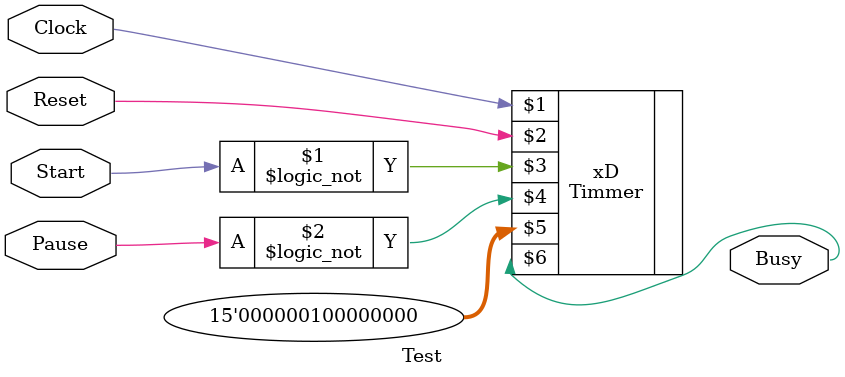
<source format=v>
module Test(
	input Clock,
	input Reset,
	input Start,
	input Pause,
	output Busy
);

Timmer xD(Clock, Reset, !Start, !Pause, 15'd256, Busy);
endmodule

</source>
